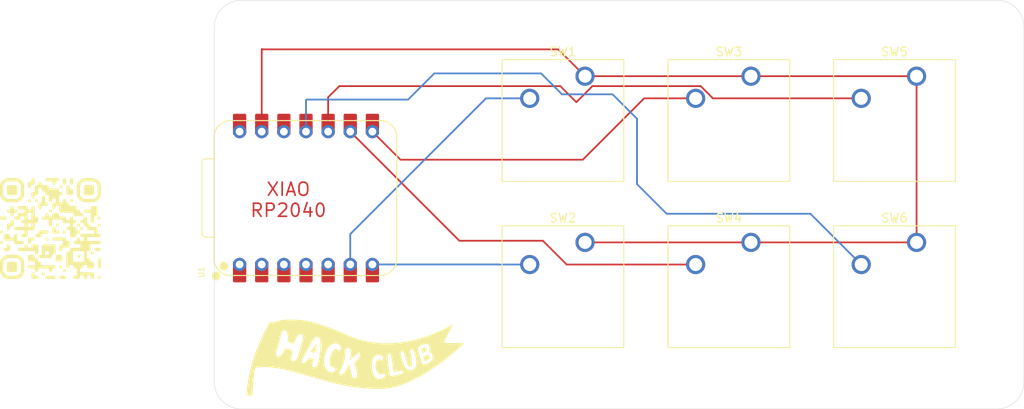
<source format=kicad_pcb>
(kicad_pcb (version 20241229) (generator "pcbnew") (generator_version "9.0")
  (layers (0 "F.Cu" signal) (2 "B.Cu" signal) (13 "F.Paste" user) (15 "B.Paste" user) (5 "F.SilkS" user "F.Silkscreen") (7 "B.SilkS" user "B.Silkscreen") (1 "F.Mask" user) (3 "B.Mask" user) (25 "Edge.Cuts" user))
  (net 0 "")
  (net 1 "GND")
  (net 2 "Net-(U1-GPIO7{slash}SCL)")
  (net 3 "Net-(U1-GPIO0{slash}TX)")
  (net 4 "Net-(U1-GPIO1{slash}RX)")
  (net 5 "Net-(U1-GPIO2{slash}SCK)")
  (net 6 "Net-(U1-GPIO4{slash}MISO)")
  (net 7 "Net-(U1-GPIO3{slash}MOSI)")
  (net 9 "+5V")
  (footprint "Button_Switch_Keyboard:SW_Cherry_MX_1.00u_PCB" (layer "F.Cu") (at 114.781 63.12)
    (property "Reference" "SW3" (at -2.54 -2.794 0) (layer "F.SilkS"))
    (property "Value" "SW_Push")
    (pad "" np_thru_hole circle (at -7.62 5.08) (size 1.7 1.7) (drill 1.7) (layers "*.Cu" "*.Mask"))
    (pad "" np_thru_hole circle (at -2.54 5.08) (size 4 4) (drill 4) (layers "*.Cu" "*.Mask"))
    (pad "" np_thru_hole circle (at 2.54 5.08) (size 1.7 1.7) (drill 1.7) (layers "*.Cu" "*.Mask"))
    (pad "1" thru_hole circle (at 0 0) (size 2.2 2.2) (drill 1.5) (layers "*.Cu" "*.Mask") (net 1 "GND"))
    (pad "2" thru_hole circle (at -6.35 2.54) (size 2.2 2.2) (drill 1.5) (layers "*.Cu" "*.Mask") (net 4 "Net-(U1-GPIO1{slash}RX)"))
  )
  (footprint "Button_Switch_Keyboard:SW_Cherry_MX_1.00u_PCB" (layer "F.Cu") (at 95.74 63.12)
    (property "Reference" "SW1" (at -2.54 -2.794 0) (layer "F.SilkS"))
    (property "Value" "SW_Push")
    (pad "" np_thru_hole circle (at -7.62 5.08) (size 1.7 1.7) (drill 1.7) (layers "*.Cu" "*.Mask"))
    (pad "" np_thru_hole circle (at -2.54 5.08) (size 4 4) (drill 4) (layers "*.Cu" "*.Mask"))
    (pad "" np_thru_hole circle (at 2.54 5.08) (size 1.7 1.7) (drill 1.7) (layers "*.Cu" "*.Mask"))
    (pad "1" thru_hole circle (at 0 0) (size 2.2 2.2) (drill 1.5) (layers "*.Cu" "*.Mask") (net 1 "GND"))
    (pad "2" thru_hole circle (at -6.35 2.54) (size 2.2 2.2) (drill 1.5) (layers "*.Cu" "*.Mask") (net 2 "Net-(U1-GPIO7{slash}SCL)"))
  )
  (footprint "Button_Switch_Keyboard:SW_Cherry_MX_1.00u_PCB" (layer "F.Cu") (at 133.781 63.12)
    (property "Reference" "SW5" (at -2.54 -2.794 0) (layer "F.SilkS"))
    (property "Value" "SW_Push")
    (pad "" np_thru_hole circle (at -7.62 5.08) (size 1.7 1.7) (drill 1.7) (layers "*.Cu" "*.Mask"))
    (pad "" np_thru_hole circle (at -2.54 5.08) (size 4 4) (drill 4) (layers "*.Cu" "*.Mask"))
    (pad "" np_thru_hole circle (at 2.54 5.08) (size 1.7 1.7) (drill 1.7) (layers "*.Cu" "*.Mask"))
    (pad "1" thru_hole circle (at 0 0) (size 2.2 2.2) (drill 1.5) (layers "*.Cu" "*.Mask") (net 1 "GND"))
    (pad "2" thru_hole circle (at -6.35 2.54) (size 2.2 2.2) (drill 1.5) (layers "*.Cu" "*.Mask") (net 6 "Net-(U1-GPIO4{slash}MISO)"))
  )
  (footprint "Button_Switch_Keyboard:SW_Cherry_MX_1.00u_PCB" (layer "F.Cu") (at 133.781 82.1895)
    (property "Reference" "SW6" (at -2.54 -2.794 0) (layer "F.SilkS"))
    (property "Value" "SW_Push")
    (pad "" np_thru_hole circle (at -7.62 5.08) (size 1.7 1.7) (drill 1.7) (layers "*.Cu" "*.Mask"))
    (pad "" np_thru_hole circle (at -2.54 5.08) (size 4 4) (drill 4) (layers "*.Cu" "*.Mask"))
    (pad "" np_thru_hole circle (at 2.54 5.08) (size 1.7 1.7) (drill 1.7) (layers "*.Cu" "*.Mask"))
    (pad "1" thru_hole circle (at 0 0) (size 2.2 2.2) (drill 1.5) (layers "*.Cu" "*.Mask") (net 1 "GND"))
    (pad "2" thru_hole circle (at -6.35 2.54) (size 2.2 2.2) (drill 1.5) (layers "*.Cu" "*.Mask") (net 7 "Net-(U1-GPIO3{slash}MOSI)"))
  )
  (footprint "Button_Switch_Keyboard:SW_Cherry_MX_1.00u_PCB" (layer "F.Cu") (at 114.781 82.1895)
    (property "Reference" "SW4" (at -2.54 -2.794 0) (layer "F.SilkS"))
    (property "Value" "SW_Push")
    (pad "" np_thru_hole circle (at -7.62 5.08) (size 1.7 1.7) (drill 1.7) (layers "*.Cu" "*.Mask"))
    (pad "" np_thru_hole circle (at -2.54 5.08) (size 4 4) (drill 4) (layers "*.Cu" "*.Mask"))
    (pad "" np_thru_hole circle (at 2.54 5.08) (size 1.7 1.7) (drill 1.7) (layers "*.Cu" "*.Mask"))
    (pad "1" thru_hole circle (at 0 0) (size 2.2 2.2) (drill 1.5) (layers "*.Cu" "*.Mask") (net 1 "GND"))
    (pad "2" thru_hole circle (at -6.35 2.54) (size 2.2 2.2) (drill 1.5) (layers "*.Cu" "*.Mask") (net 5 "Net-(U1-GPIO2{slash}SCK)"))
  )
  (footprint "Button_Switch_Keyboard:SW_Cherry_MX_1.00u_PCB" (layer "F.Cu") (at 95.74 82.1895)
    (property "Reference" "SW2" (at -2.54 -2.794 0) (layer "F.SilkS"))
    (property "Value" "SW_Push")
    (pad "" np_thru_hole circle (at -7.62 5.08) (size 1.7 1.7) (drill 1.7) (layers "*.Cu" "*.Mask"))
    (pad "" np_thru_hole circle (at -2.54 5.08) (size 4 4) (drill 4) (layers "*.Cu" "*.Mask"))
    (pad "" np_thru_hole circle (at 2.54 5.08) (size 1.7 1.7) (drill 1.7) (layers "*.Cu" "*.Mask"))
    (pad "1" thru_hole circle (at 0 0) (size 2.2 2.2) (drill 1.5) (layers "*.Cu" "*.Mask") (net 1 "GND"))
    (pad "2" thru_hole circle (at -6.35 2.54) (size 2.2 2.2) (drill 1.5) (layers "*.Cu" "*.Mask") (net 3 "Net-(U1-GPIO0{slash}TX)"))
  )
  (footprint "LOGO" (layer "F.Cu") (at 69.4 95.4)
    (property "Reference" "G***" (hide yes))
    (property "Value" "LOGO" (hide yes))
  )
  (footprint "LOGO" (layer "F.Cu") (at 34.4 80.6)
    (property "Reference" "G***" (hide yes))
    (property "Value" "LOGO" (hide yes))
  )
  (footprint "Seeed Studio XIAO Series Library:XIAO-RP2040-DIP" (layer "F.Cu") (at 63.72 77.1 90)
    (property "Reference" "U1" (at -8.5 -12 90) (layer "F.SilkS") (effects (font (size 0.635 0.635) (thickness 0.1016))))
    (property "Value" "XIAO-RP2040-DIP")
    (pad "1" smd roundrect (at -8.455 -7.62 270) (size 2.432 1.524) (layers "F.Cu" "F.Mask") (roundrect_rratio 0.1))
    (pad "1" thru_hole circle (at -7.62 -7.62 270) (size 1.524 1.524) (drill 0.889) (layers "*.Cu" "*.Mask"))
    (pad "2" smd roundrect (at -8.455 -5.08 270) (size 2.432 1.524) (layers "F.Cu" "F.Mask") (roundrect_rratio 0.1))
    (pad "2" thru_hole circle (at -7.62 -5.08 270) (size 1.524 1.524) (drill 0.889) (layers "*.Cu" "*.Mask"))
    (pad "3" smd roundrect (at -8.455 -2.54 270) (size 2.432 1.524) (layers "F.Cu" "F.Mask") (roundrect_rratio 0.1))
    (pad "3" thru_hole circle (at -7.62 -2.54 270) (size 1.524 1.524) (drill 0.889) (layers "*.Cu" "*.Mask"))
    (pad "4" smd roundrect (at -8.455 0 270) (size 2.432 1.524) (layers "F.Cu" "F.Mask") (roundrect_rratio 0.1))
    (pad "4" thru_hole circle (at -7.62 0 270) (size 1.524 1.524) (drill 0.889) (layers "*.Cu" "*.Mask"))
    (pad "5" smd roundrect (at -8.455 2.54 270) (size 2.432 1.524) (layers "F.Cu" "F.Mask") (roundrect_rratio 0.1))
    (pad "5" thru_hole circle (at -7.62 2.54 270) (size 1.524 1.524) (drill 0.889) (layers "*.Cu" "*.Mask"))
    (pad "6" smd roundrect (at -8.455 5.08 270) (size 2.432 1.524) (layers "F.Cu" "F.Mask") (roundrect_rratio 0.1) (net 2 "Net-(U1-GPIO7{slash}SCL)"))
    (pad "6" thru_hole circle (at -7.62 5.08 270) (size 1.524 1.524) (drill 0.889) (layers "*.Cu" "*.Mask") (net 2 "Net-(U1-GPIO7{slash}SCL)"))
    (pad "7" smd roundrect (at -8.455 7.62 270) (size 2.432 1.524) (layers "F.Cu" "F.Mask") (roundrect_rratio 0.1) (net 3 "Net-(U1-GPIO0{slash}TX)"))
    (pad "7" thru_hole circle (at -7.62 7.62 270) (size 1.524 1.524) (drill 0.889) (layers "*.Cu" "*.Mask") (net 3 "Net-(U1-GPIO0{slash}TX)"))
    (pad "8" thru_hole circle (at 7.62 7.62 90) (size 1.524 1.524) (drill 0.889) (layers "*.Cu" "*.Mask") (net 4 "Net-(U1-GPIO1{slash}RX)"))
    (pad "8" smd roundrect (at 8.455 7.62 90) (size 2.432 1.524) (layers "F.Cu" "F.Mask") (roundrect_rratio 0.1) (net 4 "Net-(U1-GPIO1{slash}RX)"))
    (pad "9" thru_hole circle (at 7.62 5.08 90) (size 1.524 1.524) (drill 0.889) (layers "*.Cu" "*.Mask") (net 5 "Net-(U1-GPIO2{slash}SCK)"))
    (pad "9" smd roundrect (at 8.455 5.08 90) (size 2.432 1.524) (layers "F.Cu" "F.Mask") (roundrect_rratio 0.1) (net 5 "Net-(U1-GPIO2{slash}SCK)"))
    (pad "10" thru_hole circle (at 7.62 2.54 90) (size 1.524 1.524) (drill 0.889) (layers "*.Cu" "*.Mask") (net 6 "Net-(U1-GPIO4{slash}MISO)"))
    (pad "10" smd roundrect (at 8.455 2.54 90) (size 2.432 1.524) (layers "F.Cu" "F.Mask") (roundrect_rratio 0.1) (net 6 "Net-(U1-GPIO4{slash}MISO)"))
    (pad "11" thru_hole circle (at 7.62 0 90) (size 1.524 1.524) (drill 0.889) (layers "*.Cu" "*.Mask") (net 7 "Net-(U1-GPIO3{slash}MOSI)"))
    (pad "11" smd roundrect (at 8.455 0 90) (size 2.432 1.524) (layers "F.Cu" "F.Mask") (roundrect_rratio 0.1) (net 7 "Net-(U1-GPIO3{slash}MOSI)"))
    (pad "12" thru_hole circle (at 7.62 -2.54 90) (size 1.524 1.524) (drill 0.889) (layers "*.Cu" "*.Mask"))
    (pad "12" smd roundrect (at 8.455 -2.54 90) (size 2.432 1.524) (layers "F.Cu" "F.Mask") (roundrect_rratio 0.1))
    (pad "13" thru_hole circle (at 7.62 -5.08 90) (size 1.524 1.524) (drill 0.889) (layers "*.Cu" "*.Mask") (net 1 "GND"))
    (pad "13" smd roundrect (at 8.455 -5.08 90) (size 2.432 1.524) (layers "F.Cu" "F.Mask") (roundrect_rratio 0.1) (net 1 "GND"))
    (pad "14" thru_hole circle (at 7.62 -7.62 90) (size 1.524 1.524) (drill 0.889) (layers "*.Cu" "*.Mask") (net 9 "+5V"))
    (pad "14" smd roundrect (at 8.455 -7.62 90) (size 2.432 1.524) (layers "F.Cu" "F.Mask") (roundrect_rratio 0.1) (net 9 "+5V"))
  )
  (gr_arc (start 53.2 57.5) (mid 54.107969 55.307969) (end 56.3 54.4) (stroke (width 0.05)) (layer "Edge.Cuts"))
  (gr_arc (start 146.1 98.2) (mid 145.192031 100.392031) (end 143 101.3) (stroke (width 0.05)) (layer "Edge.Cuts"))
  (gr_arc (start 56.3 101.3) (mid 54.107969 100.392031) (end 53.2 98.2) (stroke (width 0.05)) (layer "Edge.Cuts"))
  (gr_line (start 53.2 98.2) (end 53.2 57.5) (stroke (width 0.05)) (layer "Edge.Cuts"))
  (gr_line (start 56.3 54.4) (end 143 54.4) (stroke (width 0.05)) (layer "Edge.Cuts"))
  (gr_line (start 143 101.3) (end 56.3 101.3) (stroke (width 0.05)) (layer "Edge.Cuts"))
  (gr_arc (start 143 54.4) (mid 145.192031 55.307969) (end 146.1 57.5) (stroke (width 0.05)) (layer "Edge.Cuts"))
  (gr_line (start 146.1 57.5) (end 146.1 98.2) (stroke (width 0.05)) (layer "Edge.Cuts"))
  (gr_text "XIAO\nRP2040" (at 61.7 77.3 0) (layer "F.Cu") (effects (font (size 1.5 1.5) (thickness 0.1875))))
  (segment (start 92.66 60.04) (end 58.74 60.04) (width 0.2) (layer "F.Cu") (net 1))
  (segment (start 133.781 82.1895) (end 133.781 63.12) (width 0.2) (layer "F.Cu") (net 1))
  (segment (start 58.74 60.04) (end 58.7 60) (width 0.2) (layer "F.Cu") (net 1))
  (segment (start 114.781 82.1895) (end 133.781 82.1895) (width 0.2) (layer "F.Cu") (net 1))
  (segment (start 95.74 82.1895) (end 114.781 82.1895) (width 0.2) (layer "F.Cu") (net 1))
  (segment (start 133.781 63.12) (end 114.781 63.12) (width 0.2) (layer "F.Cu") (net 1))
  (segment (start 58.64 60.06) (end 58.64 68.645) (width 0.2) (layer "F.Cu") (net 1))
  (segment (start 58.7 60) (end 58.64 60.06) (width 0.2) (layer "F.Cu") (net 1))
  (segment (start 114.781 63.12) (end 95.74 63.12) (width 0.2) (layer "F.Cu") (net 1))
  (segment (start 95.74 63.12) (end 92.66 60.04) (width 0.2) (layer "F.Cu") (net 1))
  (segment (start 89.39 65.66) (end 88.65 66.4) (width 0.2) (layer "B.Cu") (net 2))
  (segment (start 68.8 81.2329) (end 84.3729 65.66) (width 0.2) (layer "B.Cu") (net 2))
  (segment (start 84.3729 65.66) (end 89.39 65.66) (width 0.2) (layer "B.Cu") (net 2))
  (segment (start 68.8 84.72) (end 68.8 81.2329) (width 0.2) (layer "B.Cu") (net 2))
  (segment (start 85.741 84.7295) (end 85.7315 84.72) (width 0.2) (layer "B.Cu") (net 3))
  (segment (start 85.7315 84.72) (end 71.34 84.72) (width 0.2) (layer "B.Cu") (net 3))
  (segment (start 89.39 84.7295) (end 85.741 84.7295) (width 0.2) (layer "B.Cu") (net 3))
  (segment (start 102.51847 65.66) (end 95.47847 72.7) (width 0.2) (layer "F.Cu") (net 4))
  (segment (start 95.47847 72.7) (end 74.56 72.7) (width 0.2) (layer "F.Cu") (net 4))
  (segment (start 108.431 65.66) (end 102.51847 65.66) (width 0.2) (layer "F.Cu") (net 4))
  (segment (start 74.56 72.7) (end 71.34 69.48) (width 0.2) (layer "F.Cu") (net 4))
  (segment (start 93.6295 84.7295) (end 90.9 82) (width 0.2) (layer "F.Cu") (net 5))
  (segment (start 90.9 82) (end 81.32 82) (width 0.2) (layer "F.Cu") (net 5))
  (segment (start 81.32 82) (end 68.8 69.48) (width 0.2) (layer "F.Cu") (net 5))
  (segment (start 108.431 84.7295) (end 93.6295 84.7295) (width 0.2) (layer "F.Cu") (net 5))
  (segment (start 94.741314 66.1) (end 92.900314 64.259) (width 0.2) (layer "F.Cu") (net 6))
  (segment (start 92.900314 64.259) (end 67.541 64.259) (width 0.2) (layer "F.Cu") (net 6))
  (segment (start 127.431 65.66) (end 110.412314 65.66) (width 0.2) (layer "F.Cu") (net 6))
  (segment (start 67.541 64.259) (end 66.26 65.54) (width 0.2) (layer "F.Cu") (net 6))
  (segment (start 110.412314 65.66) (end 109.011314 64.259) (width 0.2) (layer "F.Cu") (net 6))
  (segment (start 66.26 65.54) (end 66.26 68.645) (width 0.2) (layer "F.Cu") (net 6))
  (segment (start 109.011314 64.259) (end 96.582314 64.259) (width 0.2) (layer "F.Cu") (net 6))
  (segment (start 96.582314 64.259) (end 94.741314 66.1) (width 0.2) (layer "F.Cu") (net 6))
  (segment (start 105.1 78.9) (end 101.7 75.5) (width 0.2) (layer "B.Cu") (net 7))
  (segment (start 93.1 65.2) (end 90.7 62.8) (width 0.2) (layer "B.Cu") (net 7))
  (segment (start 101.7 68) (end 98.9 65.2) (width 0.2) (layer "B.Cu") (net 7))
  (segment (start 98.9 65.2) (end 93.1 65.2) (width 0.2) (layer "B.Cu") (net 7))
  (segment (start 121.6015 78.9) (end 105.1 78.9) (width 0.2) (layer "B.Cu") (net 7))
  (segment (start 101.7 75.5) (end 101.7 68) (width 0.2) (layer "B.Cu") (net 7))
  (segment (start 127.431 84.7295) (end 121.6015 78.9) (width 0.2) (layer "B.Cu") (net 7))
  (segment (start 90.7 62.8) (end 78.44 62.8) (width 0.2) (layer "B.Cu") (net 7))
  (segment (start 63.8 65.8) (end 63.72 65.88) (width 0.2) (layer "B.Cu") (net 7))
  (segment (start 78.44 62.8) (end 75.44 65.8) (width 0.2) (layer "B.Cu") (net 7))
  (segment (start 75.44 65.8) (end 63.8 65.8) (width 0.2) (layer "B.Cu") (net 7))
  (segment (start 63.72 65.88) (end 63.72 69.48) (width 0.2) (layer "B.Cu") (net 7))
)
</source>
